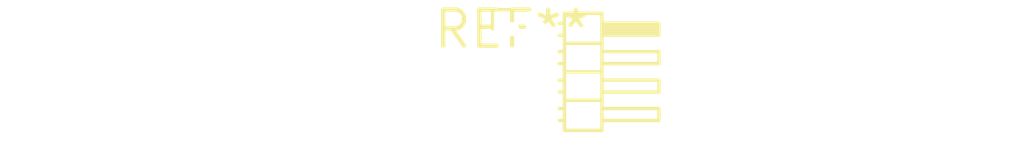
<source format=kicad_pcb>
(kicad_pcb (version 20240108) (generator pcbnew)
  (layers (0 "F.Cu" signal) (31 "B.Cu" signal) (34 "B.Paste" user) (35 "F.Paste" user) (36 "B.SilkS" user "B.Silkscreen") (37 "F.SilkS" user "F.Silkscreen") (38 "B.Mask" user) (39 "F.Mask" user) (44 "Edge.Cuts" user))
  (net 0 "")
  (footprint "PinHeader_2x04_P1.00mm_Horizontal" (layer "F.Cu") (at 0 0)
    (property "Reference" "REF**")
    (property "Value" "PinHeader_2x04_P1.00mm_Horizontal")
    (fp_line (start -0.685 -0.685) (end 0 -0.685) (layer "F.SilkS") (stroke (width 0.12)))
    (fp_line (start -0.685 0) (end -0.685 -0.685) (layer "F.SilkS") (stroke (width 0.12)))
    (fp_line (start 1.652016 -0.21) (end 1.84 -0.21) (layer "F.SilkS") (stroke (width 0.12)))
    (fp_line (start 1.652016 0.21) (end 1.84 0.21) (layer "F.SilkS") (stroke (width 0.12)))
    (fp_line (start 1.652016 0.79) (end 1.84 0.79) (layer "F.SilkS") (stroke (width 0.12)))
    (fp_line (start 1.652016 1.21) (end 1.84 1.21) (layer "F.SilkS") (stroke (width 0.12)))
    (fp_line (start 1.652016 1.79) (end 1.84 1.79) (layer "F.SilkS") (stroke (width 0.12)))
    (fp_line (start 1.652016 2.21) (end 1.84 2.21) (layer "F.SilkS") (stroke (width 0.12)))
    (fp_line (start 1.652016 2.79) (end 1.84 2.79) (layer "F.SilkS") (stroke (width 0.12)))
    (fp_line (start 1.652016 3.21) (end 1.84 3.21) (layer "F.SilkS") (stroke (width 0.12)))
    (fp_line (start 1.84 -0.56) (end 1.84 3.56) (layer "F.SilkS") (stroke (width 0.12)))
    (fp_line (start 1.84 0.5) (end 3.16 0.5) (layer "F.SilkS") (stroke (width 0.12)))
    (fp_line (start 1.84 1.5) (end 3.16 1.5) (layer "F.SilkS") (stroke (width 0.12)))
    (fp_line (start 1.84 2.5) (end 3.16 2.5) (layer "F.SilkS") (stroke (width 0.12)))
    (fp_line (start 1.84 3.56) (end 3.16 3.56) (layer "F.SilkS") (stroke (width 0.12)))
    (fp_line (start 3.16 -0.56) (end 1.84 -0.56) (layer "F.SilkS") (stroke (width 0.12)))
    (fp_line (start 3.16 -0.21) (end 5.16 -0.21) (layer "F.SilkS") (stroke (width 0.12)))
    (fp_line (start 3.16 -0.15) (end 5.16 -0.15) (layer "F.SilkS") (stroke (width 0.12)))
    (fp_line (start 3.16 -0.03) (end 5.16 -0.03) (layer "F.SilkS") (stroke (width 0.12)))
    (fp_line (start 3.16 0.09) (end 5.16 0.09) (layer "F.SilkS") (stroke (width 0.12)))
    (fp_line (start 3.16 0.79) (end 5.16 0.79) (layer "F.SilkS") (stroke (width 0.12)))
    (fp_line (start 3.16 1.79) (end 5.16 1.79) (layer "F.SilkS") (stroke (width 0.12)))
    (fp_line (start 3.16 2.79) (end 5.16 2.79) (layer "F.SilkS") (stroke (width 0.12)))
    (fp_line (start 3.16 3.56) (end 3.16 -0.56) (layer "F.SilkS") (stroke (width 0.12)))
    (fp_line (start 5.16 -0.21) (end 5.16 0.21) (layer "F.SilkS") (stroke (width 0.12)))
    (fp_line (start 5.16 0.21) (end 3.16 0.21) (layer "F.SilkS") (stroke (width 0.12)))
    (fp_line (start 5.16 0.79) (end 5.16 1.21) (layer "F.SilkS") (stroke (width 0.12)))
    (fp_line (start 5.16 1.21) (end 3.16 1.21) (layer "F.SilkS") (stroke (width 0.12)))
    (fp_line (start 5.16 1.79) (end 5.16 2.21) (layer "F.SilkS") (stroke (width 0.12)))
    (fp_line (start 5.16 2.21) (end 3.16 2.21) (layer "F.SilkS") (stroke (width 0.12)))
    (fp_line (start 5.16 2.79) (end 5.16 3.21) (layer "F.SilkS") (stroke (width 0.12)))
    (fp_line (start 5.16 3.21) (end 3.16 3.21) (layer "F.SilkS") (stroke (width 0.12)))
    (pad "1" thru_hole rect (at 0 0) (size 0.85 0.85) (drill 0.5) (layers *.Cu *.Mask) (remove_unused_layers))
    (pad "2" thru_hole oval (at 1 0) (size 0.85 0.85) (drill 0.5) (layers *.Cu *.Mask) (remove_unused_layers))
    (pad "3" thru_hole oval (at 0 1) (size 0.85 0.85) (drill 0.5) (layers *.Cu *.Mask) (remove_unused_layers))
    (pad "4" thru_hole oval (at 1 1) (size 0.85 0.85) (drill 0.5) (layers *.Cu *.Mask) (remove_unused_layers))
    (pad "5" thru_hole oval (at 0 2) (size 0.85 0.85) (drill 0.5) (layers *.Cu *.Mask) (remove_unused_layers))
    (pad "6" thru_hole oval (at 1 2) (size 0.85 0.85) (drill 0.5) (layers *.Cu *.Mask) (remove_unused_layers))
    (pad "7" thru_hole oval (at 0 3) (size 0.85 0.85) (drill 0.5) (layers *.Cu *.Mask) (remove_unused_layers))
    (pad "8" thru_hole oval (at 1 3) (size 0.85 0.85) (drill 0.5) (layers *.Cu *.Mask) (remove_unused_layers))
  )
)
</source>
